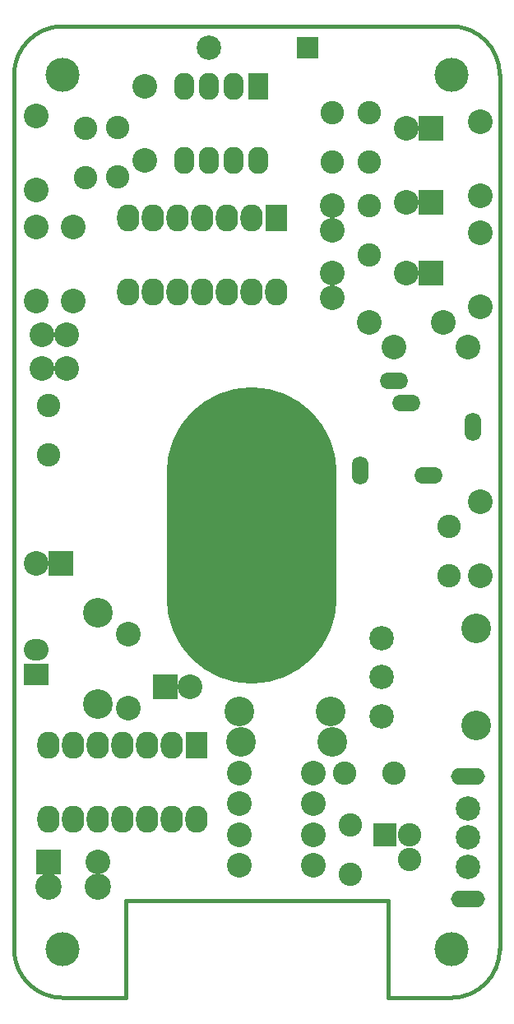
<source format=gts>
G04 #@! TF.GenerationSoftware,KiCad,Pcbnew,(5.1.0)-1*
G04 #@! TF.CreationDate,2020-07-28T19:28:15+01:00*
G04 #@! TF.ProjectId,Bat_Listener_v4,4261745f-4c69-4737-9465-6e65725f7634,rev?*
G04 #@! TF.SameCoordinates,PX5f21070PY85c0b90*
G04 #@! TF.FileFunction,Soldermask,Top*
G04 #@! TF.FilePolarity,Negative*
%FSLAX46Y46*%
G04 Gerber Fmt 4.6, Leading zero omitted, Abs format (unit mm)*
G04 Created by KiCad (PCBNEW (5.1.0)-1) date 2020-07-28 19:28:15*
%MOMM*%
%LPD*%
G04 APERTURE LIST*
%ADD10C,0.381000*%
%ADD11O,17.508000X30.508000*%
%ADD12C,3.048000*%
%ADD13C,2.508000*%
%ADD14C,2.540000*%
%ADD15R,2.540000X2.540000*%
%ADD16R,2.540000X2.235200*%
%ADD17O,2.540000X2.235200*%
%ADD18C,2.413000*%
%ADD19R,2.413000X2.413000*%
%ADD20O,3.508000X1.708000*%
%ADD21C,2.707640*%
%ADD22O,2.286000X2.794000*%
%ADD23R,2.286000X2.794000*%
%ADD24R,2.082800X2.794000*%
%ADD25O,2.082800X2.794000*%
%ADD26R,2.308860X2.308860*%
%ADD27C,3.508000*%
%ADD28O,1.708000X2.908000*%
%ADD29O,2.908000X1.708000*%
G04 APERTURE END LIST*
D10*
X50250000Y5250000D02*
X50250000Y95250000D01*
X38750000Y250000D02*
X45250000Y250000D01*
X38750000Y10250000D02*
X38750000Y250000D01*
X11750000Y10250000D02*
X38750000Y10250000D01*
X11750000Y250000D02*
X11750000Y10250000D01*
X5250000Y250000D02*
X11750000Y250000D01*
X250000Y5250000D02*
G75*
G03X5250000Y250000I5000000J0D01*
G01*
X45250000Y250000D02*
G75*
G03X50250000Y5250000I0J5000000D01*
G01*
X50250000Y95250000D02*
G75*
G03X45250000Y100250000I-5000000J0D01*
G01*
X5250000Y100250000D02*
G75*
G03X250000Y95250000I0J-5000000D01*
G01*
X45250000Y100250000D02*
X5250000Y100250000D01*
X250000Y95250000D02*
X250000Y5250000D01*
D11*
X24715000Y47860000D03*
D12*
X47800000Y28255000D03*
D13*
X38050000Y37255000D03*
D12*
X47800000Y38255000D03*
D13*
X38050000Y29255000D03*
X38050000Y33255000D03*
D14*
X18360000Y32300000D03*
D15*
X15820000Y32300000D03*
D12*
X32838000Y29760000D03*
X23440000Y29760000D03*
X8840000Y30522000D03*
X8840000Y39920000D03*
X23567000Y26585000D03*
X32965000Y26585000D03*
D16*
X2485000Y33570000D03*
D17*
X2485000Y36110000D03*
D18*
X40966000Y14520000D03*
X40966000Y17060000D03*
D19*
X38426000Y17060000D03*
D13*
X46965400Y16737380D03*
X46940000Y19745000D03*
X46940000Y13745000D03*
D20*
X46940000Y23045000D03*
X46940000Y10445000D03*
D15*
X3760000Y14205000D03*
D14*
X8840000Y14205000D03*
D21*
X3760000Y11665000D03*
X8840000Y11665000D03*
D22*
X27250000Y72940000D03*
X24710000Y72940000D03*
X22170000Y72940000D03*
X19630000Y72940000D03*
X17090000Y72940000D03*
X14550000Y72940000D03*
X12010000Y72940000D03*
X12010000Y80560000D03*
X14550000Y80560000D03*
X17090000Y80560000D03*
X19630000Y80560000D03*
X22170000Y80560000D03*
X24710000Y80560000D03*
D23*
X27250000Y80560000D03*
D22*
X19000000Y18650000D03*
X16460000Y18650000D03*
X13920000Y18650000D03*
X11380000Y18650000D03*
X8840000Y18650000D03*
X6300000Y18650000D03*
X3760000Y18650000D03*
X3760000Y26270000D03*
X6300000Y26270000D03*
X8840000Y26270000D03*
X11380000Y26270000D03*
X13920000Y26270000D03*
X16460000Y26270000D03*
D23*
X19000000Y26270000D03*
D24*
X25350000Y94088000D03*
D25*
X22810000Y94088000D03*
X20270000Y94088000D03*
X17730000Y94088000D03*
X17730000Y86468000D03*
X20270000Y86468000D03*
X22810000Y86468000D03*
X25350000Y86468000D03*
D26*
X30430000Y98025000D03*
D13*
X20270000Y98025000D03*
D27*
X45250000Y95250000D03*
X5250000Y95250000D03*
X5250000Y5250000D03*
X45250000Y5250000D03*
D14*
X40590000Y82150000D03*
D15*
X43130000Y82150000D03*
D14*
X40590000Y89770000D03*
D15*
X43130000Y89770000D03*
D14*
X40585000Y74845000D03*
D15*
X43125000Y74845000D03*
D14*
X2485000Y45000000D03*
D15*
X5025000Y45000000D03*
D14*
X48210000Y43730000D03*
X48210000Y51350000D03*
X48210000Y71355000D03*
X48210000Y78975000D03*
X48210000Y82785000D03*
X48210000Y90405000D03*
X13666000Y94088000D03*
X13666000Y86468000D03*
X2490000Y83420000D03*
X2490000Y91040000D03*
X6300000Y71990000D03*
X6300000Y79610000D03*
X12015000Y30080000D03*
X12015000Y37700000D03*
X31060000Y13885000D03*
X23440000Y13885000D03*
X2490000Y71990000D03*
X2490000Y79610000D03*
X31060000Y17060000D03*
X23440000Y17060000D03*
X44395000Y69765000D03*
X36775000Y69765000D03*
X23440000Y20235000D03*
X31060000Y20235000D03*
X46935000Y67225000D03*
X39315000Y67225000D03*
X23440000Y23410000D03*
X31060000Y23410000D03*
D28*
X35870000Y54505000D03*
D29*
X39370000Y63755000D03*
X42870000Y54005000D03*
D28*
X47470000Y59005000D03*
D29*
X40620000Y61505000D03*
D18*
X36775000Y91355000D03*
X36775000Y86275000D03*
X32965000Y86275000D03*
X32965000Y91355000D03*
X10867000Y89831000D03*
X10867000Y84751000D03*
X7570000Y89770000D03*
X7570000Y84690000D03*
X36775000Y81830000D03*
X36775000Y76750000D03*
X3760000Y61195000D03*
X3760000Y56115000D03*
X34875000Y18015000D03*
X34875000Y12935000D03*
X45035000Y48810000D03*
X45035000Y43730000D03*
X34235000Y23410000D03*
X39315000Y23410000D03*
D14*
X32965000Y79290000D03*
X32965000Y81830000D03*
X3125000Y65005000D03*
X5665000Y65005000D03*
X5660000Y68495000D03*
X3120000Y68495000D03*
X32965000Y74845000D03*
X32965000Y72305000D03*
M02*

</source>
